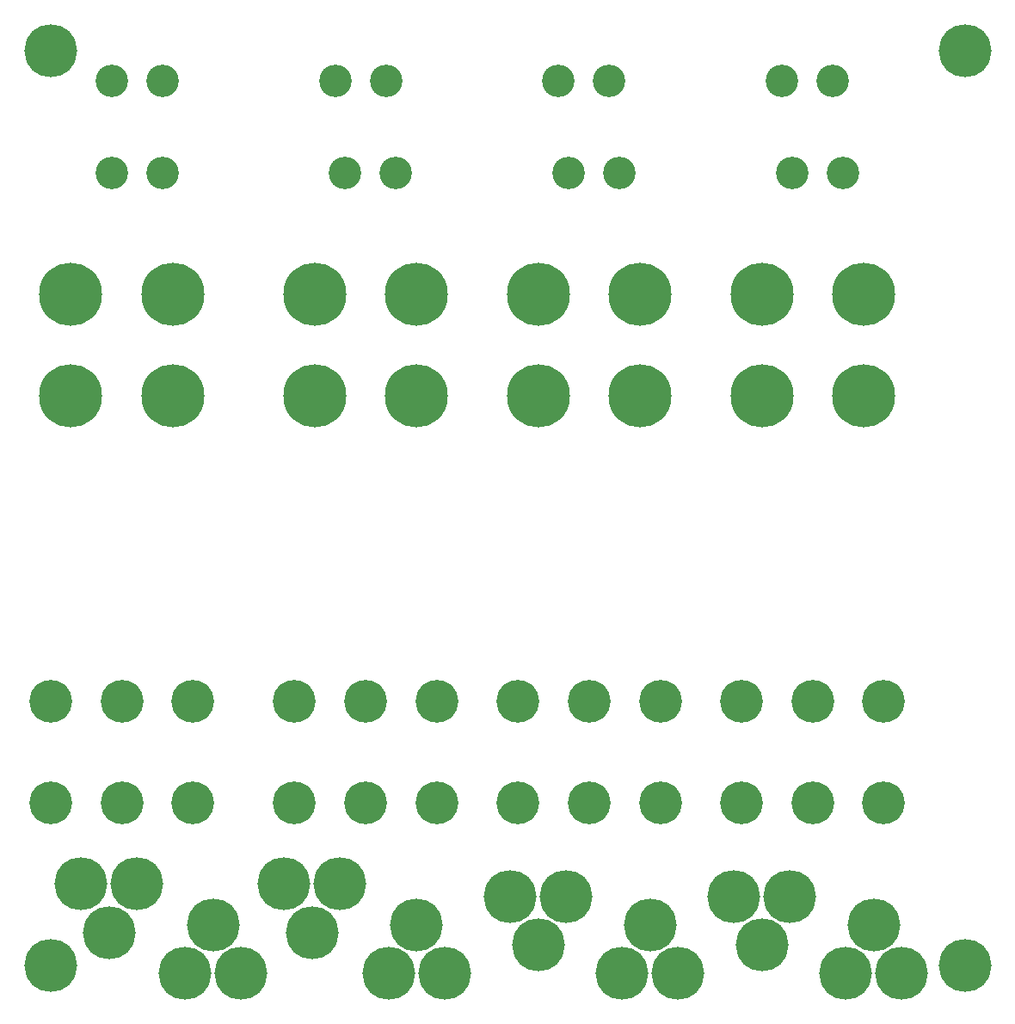
<source format=gbs>
G04 Layer_Color=16711935*
%FSLAX25Y25*%
%MOIN*%
G70*
G01*
G75*
%ADD17C,0.20485*%
%ADD18C,0.12611*%
%ADD19C,0.16548*%
%ADD20C,0.24422*%
D17*
X118110Y472441D02*
D03*
Y118110D02*
D03*
X472441D02*
D03*
Y472441D02*
D03*
X437008Y133858D02*
D03*
X426181Y115106D02*
D03*
X447835D02*
D03*
X307087Y125984D02*
D03*
X296260Y144736D02*
D03*
X317913D02*
D03*
X259843Y133858D02*
D03*
X249016Y115106D02*
D03*
X270669D02*
D03*
X181102Y133858D02*
D03*
X170276Y115106D02*
D03*
X191929D02*
D03*
X393701Y125984D02*
D03*
X382874Y144736D02*
D03*
X404528D02*
D03*
X350394Y133858D02*
D03*
X339567Y115106D02*
D03*
X361221D02*
D03*
X219488Y130855D02*
D03*
X208661Y149606D02*
D03*
X230315D02*
D03*
X140748Y130855D02*
D03*
X129921Y149606D02*
D03*
X151575D02*
D03*
D18*
X161417Y460630D02*
D03*
X141732D02*
D03*
X248031D02*
D03*
X228346D02*
D03*
X421260D02*
D03*
X401575D02*
D03*
X334646D02*
D03*
X314961D02*
D03*
X405512Y425197D02*
D03*
X425197D02*
D03*
X318898D02*
D03*
X338583D02*
D03*
X232283D02*
D03*
X251969D02*
D03*
X141732D02*
D03*
X161417D02*
D03*
D19*
X385827Y181102D02*
D03*
X413386D02*
D03*
X440945D02*
D03*
X267717Y220472D02*
D03*
X240157D02*
D03*
X212598D02*
D03*
X173228D02*
D03*
X145669D02*
D03*
X118110D02*
D03*
X299213Y181102D02*
D03*
X326772D02*
D03*
X354331D02*
D03*
X440945Y220472D02*
D03*
X413386D02*
D03*
X385827D02*
D03*
X354331D02*
D03*
X326772D02*
D03*
X299213D02*
D03*
X212598Y181102D02*
D03*
X240157D02*
D03*
X267717D02*
D03*
X118110D02*
D03*
X145669D02*
D03*
X173228D02*
D03*
D20*
X433071Y338583D02*
D03*
X393701D02*
D03*
X220472Y377953D02*
D03*
X259843D02*
D03*
X125984D02*
D03*
X165354D02*
D03*
X346457Y338583D02*
D03*
X307087D02*
D03*
X393701Y377953D02*
D03*
X433071D02*
D03*
X307087D02*
D03*
X346457D02*
D03*
X259843Y338583D02*
D03*
X220472D02*
D03*
X165354D02*
D03*
X125984D02*
D03*
M02*

</source>
